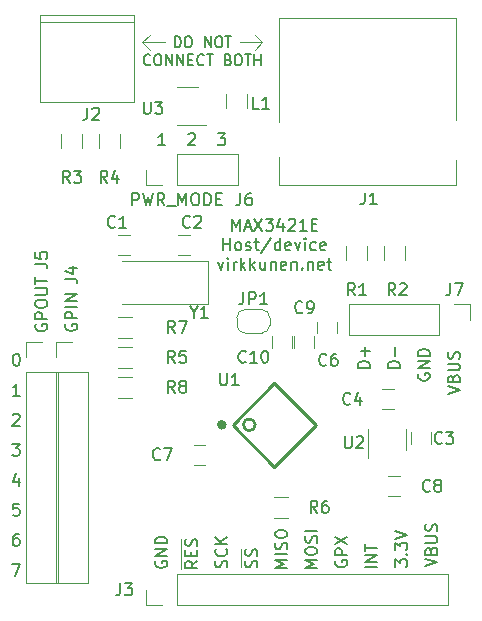
<source format=gto>
G04 #@! TF.GenerationSoftware,KiCad,Pcbnew,5.1.5*
G04 #@! TF.CreationDate,2020-02-24T18:37:19+03:00*
G04 #@! TF.ProjectId,max3421eboard,6d617833-3432-4316-9562-6f6172642e6b,rev?*
G04 #@! TF.SameCoordinates,PXf42400PY2bde780*
G04 #@! TF.FileFunction,Legend,Top*
G04 #@! TF.FilePolarity,Positive*
%FSLAX46Y46*%
G04 Gerber Fmt 4.6, Leading zero omitted, Abs format (unit mm)*
G04 Created by KiCad (PCBNEW 5.1.5) date 2020-02-24 18:37:19*
%MOMM*%
%LPD*%
G04 APERTURE LIST*
%ADD10C,0.150000*%
%ADD11C,0.400000*%
%ADD12C,0.120000*%
%ADD13C,0.254000*%
G04 APERTURE END LIST*
D10*
X19244761Y-17207380D02*
X19244761Y-16207380D01*
X19578095Y-16921666D01*
X19911428Y-16207380D01*
X19911428Y-17207380D01*
X20340000Y-16921666D02*
X20816190Y-16921666D01*
X20244761Y-17207380D02*
X20578095Y-16207380D01*
X20911428Y-17207380D01*
X21149523Y-16207380D02*
X21816190Y-17207380D01*
X21816190Y-16207380D02*
X21149523Y-17207380D01*
X22101904Y-16207380D02*
X22720952Y-16207380D01*
X22387619Y-16588333D01*
X22530476Y-16588333D01*
X22625714Y-16635952D01*
X22673333Y-16683571D01*
X22720952Y-16778809D01*
X22720952Y-17016904D01*
X22673333Y-17112142D01*
X22625714Y-17159761D01*
X22530476Y-17207380D01*
X22244761Y-17207380D01*
X22149523Y-17159761D01*
X22101904Y-17112142D01*
X23578095Y-16540714D02*
X23578095Y-17207380D01*
X23340000Y-16159761D02*
X23101904Y-16874047D01*
X23720952Y-16874047D01*
X24054285Y-16302619D02*
X24101904Y-16255000D01*
X24197142Y-16207380D01*
X24435238Y-16207380D01*
X24530476Y-16255000D01*
X24578095Y-16302619D01*
X24625714Y-16397857D01*
X24625714Y-16493095D01*
X24578095Y-16635952D01*
X24006666Y-17207380D01*
X24625714Y-17207380D01*
X25578095Y-17207380D02*
X25006666Y-17207380D01*
X25292380Y-17207380D02*
X25292380Y-16207380D01*
X25197142Y-16350238D01*
X25101904Y-16445476D01*
X25006666Y-16493095D01*
X26006666Y-16683571D02*
X26340000Y-16683571D01*
X26482857Y-17207380D02*
X26006666Y-17207380D01*
X26006666Y-16207380D01*
X26482857Y-16207380D01*
X18530476Y-18857380D02*
X18530476Y-17857380D01*
X18530476Y-18333571D02*
X19101904Y-18333571D01*
X19101904Y-18857380D02*
X19101904Y-17857380D01*
X19720952Y-18857380D02*
X19625714Y-18809761D01*
X19578095Y-18762142D01*
X19530476Y-18666904D01*
X19530476Y-18381190D01*
X19578095Y-18285952D01*
X19625714Y-18238333D01*
X19720952Y-18190714D01*
X19863809Y-18190714D01*
X19959047Y-18238333D01*
X20006666Y-18285952D01*
X20054285Y-18381190D01*
X20054285Y-18666904D01*
X20006666Y-18762142D01*
X19959047Y-18809761D01*
X19863809Y-18857380D01*
X19720952Y-18857380D01*
X20435238Y-18809761D02*
X20530476Y-18857380D01*
X20720952Y-18857380D01*
X20816190Y-18809761D01*
X20863809Y-18714523D01*
X20863809Y-18666904D01*
X20816190Y-18571666D01*
X20720952Y-18524047D01*
X20578095Y-18524047D01*
X20482857Y-18476428D01*
X20435238Y-18381190D01*
X20435238Y-18333571D01*
X20482857Y-18238333D01*
X20578095Y-18190714D01*
X20720952Y-18190714D01*
X20816190Y-18238333D01*
X21149523Y-18190714D02*
X21530476Y-18190714D01*
X21292380Y-17857380D02*
X21292380Y-18714523D01*
X21340000Y-18809761D01*
X21435238Y-18857380D01*
X21530476Y-18857380D01*
X22578095Y-17809761D02*
X21720952Y-19095476D01*
X23340000Y-18857380D02*
X23340000Y-17857380D01*
X23340000Y-18809761D02*
X23244761Y-18857380D01*
X23054285Y-18857380D01*
X22959047Y-18809761D01*
X22911428Y-18762142D01*
X22863809Y-18666904D01*
X22863809Y-18381190D01*
X22911428Y-18285952D01*
X22959047Y-18238333D01*
X23054285Y-18190714D01*
X23244761Y-18190714D01*
X23340000Y-18238333D01*
X24197142Y-18809761D02*
X24101904Y-18857380D01*
X23911428Y-18857380D01*
X23816190Y-18809761D01*
X23768571Y-18714523D01*
X23768571Y-18333571D01*
X23816190Y-18238333D01*
X23911428Y-18190714D01*
X24101904Y-18190714D01*
X24197142Y-18238333D01*
X24244761Y-18333571D01*
X24244761Y-18428809D01*
X23768571Y-18524047D01*
X24578095Y-18190714D02*
X24816190Y-18857380D01*
X25054285Y-18190714D01*
X25435238Y-18857380D02*
X25435238Y-18190714D01*
X25435238Y-17857380D02*
X25387619Y-17905000D01*
X25435238Y-17952619D01*
X25482857Y-17905000D01*
X25435238Y-17857380D01*
X25435238Y-17952619D01*
X26340000Y-18809761D02*
X26244761Y-18857380D01*
X26054285Y-18857380D01*
X25959047Y-18809761D01*
X25911428Y-18762142D01*
X25863809Y-18666904D01*
X25863809Y-18381190D01*
X25911428Y-18285952D01*
X25959047Y-18238333D01*
X26054285Y-18190714D01*
X26244761Y-18190714D01*
X26340000Y-18238333D01*
X27149523Y-18809761D02*
X27054285Y-18857380D01*
X26863809Y-18857380D01*
X26768571Y-18809761D01*
X26720952Y-18714523D01*
X26720952Y-18333571D01*
X26768571Y-18238333D01*
X26863809Y-18190714D01*
X27054285Y-18190714D01*
X27149523Y-18238333D01*
X27197142Y-18333571D01*
X27197142Y-18428809D01*
X26720952Y-18524047D01*
X18054285Y-19840714D02*
X18292380Y-20507380D01*
X18530476Y-19840714D01*
X18911428Y-20507380D02*
X18911428Y-19840714D01*
X18911428Y-19507380D02*
X18863809Y-19555000D01*
X18911428Y-19602619D01*
X18959047Y-19555000D01*
X18911428Y-19507380D01*
X18911428Y-19602619D01*
X19387619Y-20507380D02*
X19387619Y-19840714D01*
X19387619Y-20031190D02*
X19435238Y-19935952D01*
X19482857Y-19888333D01*
X19578095Y-19840714D01*
X19673333Y-19840714D01*
X20006666Y-20507380D02*
X20006666Y-19507380D01*
X20101904Y-20126428D02*
X20387619Y-20507380D01*
X20387619Y-19840714D02*
X20006666Y-20221666D01*
X20816190Y-20507380D02*
X20816190Y-19507380D01*
X20911428Y-20126428D02*
X21197142Y-20507380D01*
X21197142Y-19840714D02*
X20816190Y-20221666D01*
X22054285Y-19840714D02*
X22054285Y-20507380D01*
X21625714Y-19840714D02*
X21625714Y-20364523D01*
X21673333Y-20459761D01*
X21768571Y-20507380D01*
X21911428Y-20507380D01*
X22006666Y-20459761D01*
X22054285Y-20412142D01*
X22530476Y-19840714D02*
X22530476Y-20507380D01*
X22530476Y-19935952D02*
X22578095Y-19888333D01*
X22673333Y-19840714D01*
X22816190Y-19840714D01*
X22911428Y-19888333D01*
X22959047Y-19983571D01*
X22959047Y-20507380D01*
X23816190Y-20459761D02*
X23720952Y-20507380D01*
X23530476Y-20507380D01*
X23435238Y-20459761D01*
X23387619Y-20364523D01*
X23387619Y-19983571D01*
X23435238Y-19888333D01*
X23530476Y-19840714D01*
X23720952Y-19840714D01*
X23816190Y-19888333D01*
X23863809Y-19983571D01*
X23863809Y-20078809D01*
X23387619Y-20174047D01*
X24292380Y-19840714D02*
X24292380Y-20507380D01*
X24292380Y-19935952D02*
X24340000Y-19888333D01*
X24435238Y-19840714D01*
X24578095Y-19840714D01*
X24673333Y-19888333D01*
X24720952Y-19983571D01*
X24720952Y-20507380D01*
X25197142Y-20412142D02*
X25244761Y-20459761D01*
X25197142Y-20507380D01*
X25149523Y-20459761D01*
X25197142Y-20412142D01*
X25197142Y-20507380D01*
X25673333Y-19840714D02*
X25673333Y-20507380D01*
X25673333Y-19935952D02*
X25720952Y-19888333D01*
X25816190Y-19840714D01*
X25959047Y-19840714D01*
X26054285Y-19888333D01*
X26101904Y-19983571D01*
X26101904Y-20507380D01*
X26959047Y-20459761D02*
X26863809Y-20507380D01*
X26673333Y-20507380D01*
X26578095Y-20459761D01*
X26530476Y-20364523D01*
X26530476Y-19983571D01*
X26578095Y-19888333D01*
X26673333Y-19840714D01*
X26863809Y-19840714D01*
X26959047Y-19888333D01*
X27006666Y-19983571D01*
X27006666Y-20078809D01*
X26530476Y-20174047D01*
X27292380Y-19840714D02*
X27673333Y-19840714D01*
X27435238Y-19507380D02*
X27435238Y-20364523D01*
X27482857Y-20459761D01*
X27578095Y-20507380D01*
X27673333Y-20507380D01*
X10823095Y-15047380D02*
X10823095Y-14047380D01*
X11204047Y-14047380D01*
X11299285Y-14095000D01*
X11346904Y-14142619D01*
X11394523Y-14237857D01*
X11394523Y-14380714D01*
X11346904Y-14475952D01*
X11299285Y-14523571D01*
X11204047Y-14571190D01*
X10823095Y-14571190D01*
X11727857Y-14047380D02*
X11965952Y-15047380D01*
X12156428Y-14333095D01*
X12346904Y-15047380D01*
X12585000Y-14047380D01*
X13537380Y-15047380D02*
X13204047Y-14571190D01*
X12965952Y-15047380D02*
X12965952Y-14047380D01*
X13346904Y-14047380D01*
X13442142Y-14095000D01*
X13489761Y-14142619D01*
X13537380Y-14237857D01*
X13537380Y-14380714D01*
X13489761Y-14475952D01*
X13442142Y-14523571D01*
X13346904Y-14571190D01*
X12965952Y-14571190D01*
X13727857Y-15142619D02*
X14489761Y-15142619D01*
X14727857Y-15047380D02*
X14727857Y-14047380D01*
X15061190Y-14761666D01*
X15394523Y-14047380D01*
X15394523Y-15047380D01*
X16061190Y-14047380D02*
X16251666Y-14047380D01*
X16346904Y-14095000D01*
X16442142Y-14190238D01*
X16489761Y-14380714D01*
X16489761Y-14714047D01*
X16442142Y-14904523D01*
X16346904Y-14999761D01*
X16251666Y-15047380D01*
X16061190Y-15047380D01*
X15965952Y-14999761D01*
X15870714Y-14904523D01*
X15823095Y-14714047D01*
X15823095Y-14380714D01*
X15870714Y-14190238D01*
X15965952Y-14095000D01*
X16061190Y-14047380D01*
X16918333Y-15047380D02*
X16918333Y-14047380D01*
X17156428Y-14047380D01*
X17299285Y-14095000D01*
X17394523Y-14190238D01*
X17442142Y-14285476D01*
X17489761Y-14475952D01*
X17489761Y-14618809D01*
X17442142Y-14809285D01*
X17394523Y-14904523D01*
X17299285Y-14999761D01*
X17156428Y-15047380D01*
X16918333Y-15047380D01*
X17918333Y-14523571D02*
X18251666Y-14523571D01*
X18394523Y-15047380D02*
X17918333Y-15047380D01*
X17918333Y-14047380D01*
X18394523Y-14047380D01*
X18799761Y-45725714D02*
X18847380Y-45582857D01*
X18847380Y-45344761D01*
X18799761Y-45249523D01*
X18752142Y-45201904D01*
X18656904Y-45154285D01*
X18561666Y-45154285D01*
X18466428Y-45201904D01*
X18418809Y-45249523D01*
X18371190Y-45344761D01*
X18323571Y-45535238D01*
X18275952Y-45630476D01*
X18228333Y-45678095D01*
X18133095Y-45725714D01*
X18037857Y-45725714D01*
X17942619Y-45678095D01*
X17895000Y-45630476D01*
X17847380Y-45535238D01*
X17847380Y-45297142D01*
X17895000Y-45154285D01*
X18752142Y-44154285D02*
X18799761Y-44201904D01*
X18847380Y-44344761D01*
X18847380Y-44440000D01*
X18799761Y-44582857D01*
X18704523Y-44678095D01*
X18609285Y-44725714D01*
X18418809Y-44773333D01*
X18275952Y-44773333D01*
X18085476Y-44725714D01*
X17990238Y-44678095D01*
X17895000Y-44582857D01*
X17847380Y-44440000D01*
X17847380Y-44344761D01*
X17895000Y-44201904D01*
X17942619Y-44154285D01*
X18847380Y-43725714D02*
X17847380Y-43725714D01*
X18847380Y-43154285D02*
X18275952Y-43582857D01*
X17847380Y-43154285D02*
X18418809Y-43725714D01*
D11*
X18595000Y-33645000D02*
G75*
G03X18595000Y-33645000I-200000J0D01*
G01*
D10*
X18268095Y-29287380D02*
X18268095Y-30096904D01*
X18315714Y-30192142D01*
X18363333Y-30239761D01*
X18458571Y-30287380D01*
X18649047Y-30287380D01*
X18744285Y-30239761D01*
X18791904Y-30192142D01*
X18839523Y-30096904D01*
X18839523Y-29287380D01*
X19839523Y-30287380D02*
X19268095Y-30287380D01*
X19553809Y-30287380D02*
X19553809Y-29287380D01*
X19458571Y-29430238D01*
X19363333Y-29525476D01*
X19268095Y-29573095D01*
D12*
X20046000Y-45710000D02*
X20046000Y-44186000D01*
X14966000Y-43297000D02*
X14966000Y-45837000D01*
D10*
X5195000Y-25120000D02*
X5147380Y-25215238D01*
X5147380Y-25358095D01*
X5195000Y-25500952D01*
X5290238Y-25596190D01*
X5385476Y-25643809D01*
X5575952Y-25691428D01*
X5718809Y-25691428D01*
X5909285Y-25643809D01*
X6004523Y-25596190D01*
X6099761Y-25500952D01*
X6147380Y-25358095D01*
X6147380Y-25262857D01*
X6099761Y-25120000D01*
X6052142Y-25072380D01*
X5718809Y-25072380D01*
X5718809Y-25262857D01*
X6147380Y-24643809D02*
X5147380Y-24643809D01*
X5147380Y-24262857D01*
X5195000Y-24167619D01*
X5242619Y-24120000D01*
X5337857Y-24072380D01*
X5480714Y-24072380D01*
X5575952Y-24120000D01*
X5623571Y-24167619D01*
X5671190Y-24262857D01*
X5671190Y-24643809D01*
X6147380Y-23643809D02*
X5147380Y-23643809D01*
X6147380Y-23167619D02*
X5147380Y-23167619D01*
X6147380Y-22596190D01*
X5147380Y-22596190D01*
X2655000Y-25151666D02*
X2607380Y-25246904D01*
X2607380Y-25389761D01*
X2655000Y-25532619D01*
X2750238Y-25627857D01*
X2845476Y-25675476D01*
X3035952Y-25723095D01*
X3178809Y-25723095D01*
X3369285Y-25675476D01*
X3464523Y-25627857D01*
X3559761Y-25532619D01*
X3607380Y-25389761D01*
X3607380Y-25294523D01*
X3559761Y-25151666D01*
X3512142Y-25104047D01*
X3178809Y-25104047D01*
X3178809Y-25294523D01*
X3607380Y-24675476D02*
X2607380Y-24675476D01*
X2607380Y-24294523D01*
X2655000Y-24199285D01*
X2702619Y-24151666D01*
X2797857Y-24104047D01*
X2940714Y-24104047D01*
X3035952Y-24151666D01*
X3083571Y-24199285D01*
X3131190Y-24294523D01*
X3131190Y-24675476D01*
X2607380Y-23485000D02*
X2607380Y-23294523D01*
X2655000Y-23199285D01*
X2750238Y-23104047D01*
X2940714Y-23056428D01*
X3274047Y-23056428D01*
X3464523Y-23104047D01*
X3559761Y-23199285D01*
X3607380Y-23294523D01*
X3607380Y-23485000D01*
X3559761Y-23580238D01*
X3464523Y-23675476D01*
X3274047Y-23723095D01*
X2940714Y-23723095D01*
X2750238Y-23675476D01*
X2655000Y-23580238D01*
X2607380Y-23485000D01*
X2607380Y-22627857D02*
X3416904Y-22627857D01*
X3512142Y-22580238D01*
X3559761Y-22532619D01*
X3607380Y-22437380D01*
X3607380Y-22246904D01*
X3559761Y-22151666D01*
X3512142Y-22104047D01*
X3416904Y-22056428D01*
X2607380Y-22056428D01*
X2607380Y-21723095D02*
X2607380Y-21151666D01*
X3607380Y-21437380D02*
X2607380Y-21437380D01*
X948380Y-27636380D02*
X1043619Y-27636380D01*
X1138857Y-27684000D01*
X1186476Y-27731619D01*
X1234095Y-27826857D01*
X1281714Y-28017333D01*
X1281714Y-28255428D01*
X1234095Y-28445904D01*
X1186476Y-28541142D01*
X1138857Y-28588761D01*
X1043619Y-28636380D01*
X948380Y-28636380D01*
X853142Y-28588761D01*
X805523Y-28541142D01*
X757904Y-28445904D01*
X710285Y-28255428D01*
X710285Y-28017333D01*
X757904Y-27826857D01*
X805523Y-27731619D01*
X853142Y-27684000D01*
X948380Y-27636380D01*
X1281714Y-31176380D02*
X710285Y-31176380D01*
X996000Y-31176380D02*
X996000Y-30176380D01*
X900761Y-30319238D01*
X805523Y-30414476D01*
X710285Y-30462095D01*
X710285Y-32811619D02*
X757904Y-32764000D01*
X853142Y-32716380D01*
X1091238Y-32716380D01*
X1186476Y-32764000D01*
X1234095Y-32811619D01*
X1281714Y-32906857D01*
X1281714Y-33002095D01*
X1234095Y-33144952D01*
X662666Y-33716380D01*
X1281714Y-33716380D01*
X662666Y-35256380D02*
X1281714Y-35256380D01*
X948380Y-35637333D01*
X1091238Y-35637333D01*
X1186476Y-35684952D01*
X1234095Y-35732571D01*
X1281714Y-35827809D01*
X1281714Y-36065904D01*
X1234095Y-36161142D01*
X1186476Y-36208761D01*
X1091238Y-36256380D01*
X805523Y-36256380D01*
X710285Y-36208761D01*
X662666Y-36161142D01*
X1186476Y-38129714D02*
X1186476Y-38796380D01*
X948380Y-37748761D02*
X710285Y-38463047D01*
X1329333Y-38463047D01*
X1234095Y-40336380D02*
X757904Y-40336380D01*
X710285Y-40812571D01*
X757904Y-40764952D01*
X853142Y-40717333D01*
X1091238Y-40717333D01*
X1186476Y-40764952D01*
X1234095Y-40812571D01*
X1281714Y-40907809D01*
X1281714Y-41145904D01*
X1234095Y-41241142D01*
X1186476Y-41288761D01*
X1091238Y-41336380D01*
X853142Y-41336380D01*
X757904Y-41288761D01*
X710285Y-41241142D01*
X1186476Y-42876380D02*
X996000Y-42876380D01*
X900761Y-42924000D01*
X853142Y-42971619D01*
X757904Y-43114476D01*
X710285Y-43304952D01*
X710285Y-43685904D01*
X757904Y-43781142D01*
X805523Y-43828761D01*
X900761Y-43876380D01*
X1091238Y-43876380D01*
X1186476Y-43828761D01*
X1234095Y-43781142D01*
X1281714Y-43685904D01*
X1281714Y-43447809D01*
X1234095Y-43352571D01*
X1186476Y-43304952D01*
X1091238Y-43257333D01*
X900761Y-43257333D01*
X805523Y-43304952D01*
X757904Y-43352571D01*
X710285Y-43447809D01*
X662666Y-45416380D02*
X1329333Y-45416380D01*
X900761Y-46416380D01*
X31547380Y-45725761D02*
X30547380Y-45725761D01*
X31547380Y-45249571D02*
X30547380Y-45249571D01*
X31547380Y-44678142D01*
X30547380Y-44678142D01*
X30547380Y-44344809D02*
X30547380Y-43773380D01*
X31547380Y-44059095D02*
X30547380Y-44059095D01*
X21339761Y-45709904D02*
X21387380Y-45567047D01*
X21387380Y-45328952D01*
X21339761Y-45233714D01*
X21292142Y-45186095D01*
X21196904Y-45138476D01*
X21101666Y-45138476D01*
X21006428Y-45186095D01*
X20958809Y-45233714D01*
X20911190Y-45328952D01*
X20863571Y-45519428D01*
X20815952Y-45614666D01*
X20768333Y-45662285D01*
X20673095Y-45709904D01*
X20577857Y-45709904D01*
X20482619Y-45662285D01*
X20435000Y-45614666D01*
X20387380Y-45519428D01*
X20387380Y-45281333D01*
X20435000Y-45138476D01*
X21339761Y-44757523D02*
X21387380Y-44614666D01*
X21387380Y-44376571D01*
X21339761Y-44281333D01*
X21292142Y-44233714D01*
X21196904Y-44186095D01*
X21101666Y-44186095D01*
X21006428Y-44233714D01*
X20958809Y-44281333D01*
X20911190Y-44376571D01*
X20863571Y-44567047D01*
X20815952Y-44662285D01*
X20768333Y-44709904D01*
X20673095Y-44757523D01*
X20577857Y-44757523D01*
X20482619Y-44709904D01*
X20435000Y-44662285D01*
X20387380Y-44567047D01*
X20387380Y-44328952D01*
X20435000Y-44186095D01*
X23927380Y-45757428D02*
X22927380Y-45757428D01*
X23641666Y-45424095D01*
X22927380Y-45090761D01*
X23927380Y-45090761D01*
X23927380Y-44614571D02*
X22927380Y-44614571D01*
X23879761Y-44186000D02*
X23927380Y-44043142D01*
X23927380Y-43805047D01*
X23879761Y-43709809D01*
X23832142Y-43662190D01*
X23736904Y-43614571D01*
X23641666Y-43614571D01*
X23546428Y-43662190D01*
X23498809Y-43709809D01*
X23451190Y-43805047D01*
X23403571Y-43995523D01*
X23355952Y-44090761D01*
X23308333Y-44138380D01*
X23213095Y-44186000D01*
X23117857Y-44186000D01*
X23022619Y-44138380D01*
X22975000Y-44090761D01*
X22927380Y-43995523D01*
X22927380Y-43757428D01*
X22975000Y-43614571D01*
X22927380Y-42995523D02*
X22927380Y-42805047D01*
X22975000Y-42709809D01*
X23070238Y-42614571D01*
X23260714Y-42566952D01*
X23594047Y-42566952D01*
X23784523Y-42614571D01*
X23879761Y-42709809D01*
X23927380Y-42805047D01*
X23927380Y-42995523D01*
X23879761Y-43090761D01*
X23784523Y-43186000D01*
X23594047Y-43233619D01*
X23260714Y-43233619D01*
X23070238Y-43186000D01*
X22975000Y-43090761D01*
X22927380Y-42995523D01*
X26467380Y-45757428D02*
X25467380Y-45757428D01*
X26181666Y-45424095D01*
X25467380Y-45090761D01*
X26467380Y-45090761D01*
X25467380Y-44424095D02*
X25467380Y-44233619D01*
X25515000Y-44138380D01*
X25610238Y-44043142D01*
X25800714Y-43995523D01*
X26134047Y-43995523D01*
X26324523Y-44043142D01*
X26419761Y-44138380D01*
X26467380Y-44233619D01*
X26467380Y-44424095D01*
X26419761Y-44519333D01*
X26324523Y-44614571D01*
X26134047Y-44662190D01*
X25800714Y-44662190D01*
X25610238Y-44614571D01*
X25515000Y-44519333D01*
X25467380Y-44424095D01*
X26419761Y-43614571D02*
X26467380Y-43471714D01*
X26467380Y-43233619D01*
X26419761Y-43138380D01*
X26372142Y-43090761D01*
X26276904Y-43043142D01*
X26181666Y-43043142D01*
X26086428Y-43090761D01*
X26038809Y-43138380D01*
X25991190Y-43233619D01*
X25943571Y-43424095D01*
X25895952Y-43519333D01*
X25848333Y-43566952D01*
X25753095Y-43614571D01*
X25657857Y-43614571D01*
X25562619Y-43566952D01*
X25515000Y-43519333D01*
X25467380Y-43424095D01*
X25467380Y-43186000D01*
X25515000Y-43043142D01*
X26467380Y-42614571D02*
X25467380Y-42614571D01*
X28055000Y-45154285D02*
X28007380Y-45249523D01*
X28007380Y-45392380D01*
X28055000Y-45535238D01*
X28150238Y-45630476D01*
X28245476Y-45678095D01*
X28435952Y-45725714D01*
X28578809Y-45725714D01*
X28769285Y-45678095D01*
X28864523Y-45630476D01*
X28959761Y-45535238D01*
X29007380Y-45392380D01*
X29007380Y-45297142D01*
X28959761Y-45154285D01*
X28912142Y-45106666D01*
X28578809Y-45106666D01*
X28578809Y-45297142D01*
X29007380Y-44678095D02*
X28007380Y-44678095D01*
X28007380Y-44297142D01*
X28055000Y-44201904D01*
X28102619Y-44154285D01*
X28197857Y-44106666D01*
X28340714Y-44106666D01*
X28435952Y-44154285D01*
X28483571Y-44201904D01*
X28531190Y-44297142D01*
X28531190Y-44678095D01*
X28007380Y-43773333D02*
X29007380Y-43106666D01*
X28007380Y-43106666D02*
X29007380Y-43773333D01*
X16307380Y-45186047D02*
X15831190Y-45519380D01*
X16307380Y-45757476D02*
X15307380Y-45757476D01*
X15307380Y-45376523D01*
X15355000Y-45281285D01*
X15402619Y-45233666D01*
X15497857Y-45186047D01*
X15640714Y-45186047D01*
X15735952Y-45233666D01*
X15783571Y-45281285D01*
X15831190Y-45376523D01*
X15831190Y-45757476D01*
X15783571Y-44757476D02*
X15783571Y-44424142D01*
X16307380Y-44281285D02*
X16307380Y-44757476D01*
X15307380Y-44757476D01*
X15307380Y-44281285D01*
X16259761Y-43900333D02*
X16307380Y-43757476D01*
X16307380Y-43519380D01*
X16259761Y-43424142D01*
X16212142Y-43376523D01*
X16116904Y-43328904D01*
X16021666Y-43328904D01*
X15926428Y-43376523D01*
X15878809Y-43424142D01*
X15831190Y-43519380D01*
X15783571Y-43709857D01*
X15735952Y-43805095D01*
X15688333Y-43852714D01*
X15593095Y-43900333D01*
X15497857Y-43900333D01*
X15402619Y-43852714D01*
X15355000Y-43805095D01*
X15307380Y-43709857D01*
X15307380Y-43471761D01*
X15355000Y-43328904D01*
X35627380Y-45638333D02*
X36627380Y-45305000D01*
X35627380Y-44971666D01*
X36103571Y-44305000D02*
X36151190Y-44162142D01*
X36198809Y-44114523D01*
X36294047Y-44066904D01*
X36436904Y-44066904D01*
X36532142Y-44114523D01*
X36579761Y-44162142D01*
X36627380Y-44257380D01*
X36627380Y-44638333D01*
X35627380Y-44638333D01*
X35627380Y-44305000D01*
X35675000Y-44209761D01*
X35722619Y-44162142D01*
X35817857Y-44114523D01*
X35913095Y-44114523D01*
X36008333Y-44162142D01*
X36055952Y-44209761D01*
X36103571Y-44305000D01*
X36103571Y-44638333D01*
X35627380Y-43638333D02*
X36436904Y-43638333D01*
X36532142Y-43590714D01*
X36579761Y-43543095D01*
X36627380Y-43447857D01*
X36627380Y-43257380D01*
X36579761Y-43162142D01*
X36532142Y-43114523D01*
X36436904Y-43066904D01*
X35627380Y-43066904D01*
X36579761Y-42638333D02*
X36627380Y-42495476D01*
X36627380Y-42257380D01*
X36579761Y-42162142D01*
X36532142Y-42114523D01*
X36436904Y-42066904D01*
X36341666Y-42066904D01*
X36246428Y-42114523D01*
X36198809Y-42162142D01*
X36151190Y-42257380D01*
X36103571Y-42447857D01*
X36055952Y-42543095D01*
X36008333Y-42590714D01*
X35913095Y-42638333D01*
X35817857Y-42638333D01*
X35722619Y-42590714D01*
X35675000Y-42543095D01*
X35627380Y-42447857D01*
X35627380Y-42209761D01*
X35675000Y-42066904D01*
X33087380Y-45662190D02*
X33087380Y-45043142D01*
X33468333Y-45376476D01*
X33468333Y-45233619D01*
X33515952Y-45138380D01*
X33563571Y-45090761D01*
X33658809Y-45043142D01*
X33896904Y-45043142D01*
X33992142Y-45090761D01*
X34039761Y-45138380D01*
X34087380Y-45233619D01*
X34087380Y-45519333D01*
X34039761Y-45614571D01*
X33992142Y-45662190D01*
X33992142Y-44614571D02*
X34039761Y-44566952D01*
X34087380Y-44614571D01*
X34039761Y-44662190D01*
X33992142Y-44614571D01*
X34087380Y-44614571D01*
X33087380Y-44233619D02*
X33087380Y-43614571D01*
X33468333Y-43947904D01*
X33468333Y-43805047D01*
X33515952Y-43709809D01*
X33563571Y-43662190D01*
X33658809Y-43614571D01*
X33896904Y-43614571D01*
X33992142Y-43662190D01*
X34039761Y-43709809D01*
X34087380Y-43805047D01*
X34087380Y-44090761D01*
X34039761Y-44186000D01*
X33992142Y-44233619D01*
X33087380Y-43328857D02*
X34087380Y-42995523D01*
X33087380Y-42662190D01*
X12815000Y-45201904D02*
X12767380Y-45297142D01*
X12767380Y-45440000D01*
X12815000Y-45582857D01*
X12910238Y-45678095D01*
X13005476Y-45725714D01*
X13195952Y-45773333D01*
X13338809Y-45773333D01*
X13529285Y-45725714D01*
X13624523Y-45678095D01*
X13719761Y-45582857D01*
X13767380Y-45440000D01*
X13767380Y-45344761D01*
X13719761Y-45201904D01*
X13672142Y-45154285D01*
X13338809Y-45154285D01*
X13338809Y-45344761D01*
X13767380Y-44725714D02*
X12767380Y-44725714D01*
X13767380Y-44154285D01*
X12767380Y-44154285D01*
X13767380Y-43678095D02*
X12767380Y-43678095D01*
X12767380Y-43440000D01*
X12815000Y-43297142D01*
X12910238Y-43201904D01*
X13005476Y-43154285D01*
X13195952Y-43106666D01*
X13338809Y-43106666D01*
X13529285Y-43154285D01*
X13624523Y-43201904D01*
X13719761Y-43297142D01*
X13767380Y-43440000D01*
X13767380Y-43678095D01*
X18061666Y-8967380D02*
X18680714Y-8967380D01*
X18347380Y-9348333D01*
X18490238Y-9348333D01*
X18585476Y-9395952D01*
X18633095Y-9443571D01*
X18680714Y-9538809D01*
X18680714Y-9776904D01*
X18633095Y-9872142D01*
X18585476Y-9919761D01*
X18490238Y-9967380D01*
X18204523Y-9967380D01*
X18109285Y-9919761D01*
X18061666Y-9872142D01*
X15569285Y-9062619D02*
X15616904Y-9015000D01*
X15712142Y-8967380D01*
X15950238Y-8967380D01*
X16045476Y-9015000D01*
X16093095Y-9062619D01*
X16140714Y-9157857D01*
X16140714Y-9253095D01*
X16093095Y-9395952D01*
X15521666Y-9967380D01*
X16140714Y-9967380D01*
X13600714Y-9967380D02*
X13029285Y-9967380D01*
X13315000Y-9967380D02*
X13315000Y-8967380D01*
X13219761Y-9110238D01*
X13124523Y-9205476D01*
X13029285Y-9253095D01*
D12*
X12299000Y-1895000D02*
X11664000Y-1260000D01*
X12299000Y-625000D02*
X11664000Y-1260000D01*
X11664000Y-1260000D02*
X12299000Y-625000D01*
X13569000Y-1260000D02*
X11664000Y-1260000D01*
X21189000Y-1895000D02*
X21824000Y-1260000D01*
X21189000Y-625000D02*
X21824000Y-1260000D01*
X19919000Y-1260000D02*
X21824000Y-1260000D01*
D10*
X37532380Y-31033333D02*
X38532380Y-30700000D01*
X37532380Y-30366666D01*
X38008571Y-29700000D02*
X38056190Y-29557142D01*
X38103809Y-29509523D01*
X38199047Y-29461904D01*
X38341904Y-29461904D01*
X38437142Y-29509523D01*
X38484761Y-29557142D01*
X38532380Y-29652380D01*
X38532380Y-30033333D01*
X37532380Y-30033333D01*
X37532380Y-29700000D01*
X37580000Y-29604761D01*
X37627619Y-29557142D01*
X37722857Y-29509523D01*
X37818095Y-29509523D01*
X37913333Y-29557142D01*
X37960952Y-29604761D01*
X38008571Y-29700000D01*
X38008571Y-30033333D01*
X37532380Y-29033333D02*
X38341904Y-29033333D01*
X38437142Y-28985714D01*
X38484761Y-28938095D01*
X38532380Y-28842857D01*
X38532380Y-28652380D01*
X38484761Y-28557142D01*
X38437142Y-28509523D01*
X38341904Y-28461904D01*
X37532380Y-28461904D01*
X38484761Y-28033333D02*
X38532380Y-27890476D01*
X38532380Y-27652380D01*
X38484761Y-27557142D01*
X38437142Y-27509523D01*
X38341904Y-27461904D01*
X38246666Y-27461904D01*
X38151428Y-27509523D01*
X38103809Y-27557142D01*
X38056190Y-27652380D01*
X38008571Y-27842857D01*
X37960952Y-27938095D01*
X37913333Y-27985714D01*
X37818095Y-28033333D01*
X37722857Y-28033333D01*
X37627619Y-27985714D01*
X37580000Y-27938095D01*
X37532380Y-27842857D01*
X37532380Y-27604761D01*
X37580000Y-27461904D01*
X35040000Y-29326904D02*
X34992380Y-29422142D01*
X34992380Y-29565000D01*
X35040000Y-29707857D01*
X35135238Y-29803095D01*
X35230476Y-29850714D01*
X35420952Y-29898333D01*
X35563809Y-29898333D01*
X35754285Y-29850714D01*
X35849523Y-29803095D01*
X35944761Y-29707857D01*
X35992380Y-29565000D01*
X35992380Y-29469761D01*
X35944761Y-29326904D01*
X35897142Y-29279285D01*
X35563809Y-29279285D01*
X35563809Y-29469761D01*
X35992380Y-28850714D02*
X34992380Y-28850714D01*
X35992380Y-28279285D01*
X34992380Y-28279285D01*
X35992380Y-27803095D02*
X34992380Y-27803095D01*
X34992380Y-27565000D01*
X35040000Y-27422142D01*
X35135238Y-27326904D01*
X35230476Y-27279285D01*
X35420952Y-27231666D01*
X35563809Y-27231666D01*
X35754285Y-27279285D01*
X35849523Y-27326904D01*
X35944761Y-27422142D01*
X35992380Y-27565000D01*
X35992380Y-27803095D01*
X33452380Y-28810952D02*
X32452380Y-28810952D01*
X32452380Y-28572857D01*
X32500000Y-28430000D01*
X32595238Y-28334761D01*
X32690476Y-28287142D01*
X32880952Y-28239523D01*
X33023809Y-28239523D01*
X33214285Y-28287142D01*
X33309523Y-28334761D01*
X33404761Y-28430000D01*
X33452380Y-28572857D01*
X33452380Y-28810952D01*
X33071428Y-27810952D02*
X33071428Y-27049047D01*
X30912380Y-28810952D02*
X29912380Y-28810952D01*
X29912380Y-28572857D01*
X29960000Y-28430000D01*
X30055238Y-28334761D01*
X30150476Y-28287142D01*
X30340952Y-28239523D01*
X30483809Y-28239523D01*
X30674285Y-28287142D01*
X30769523Y-28334761D01*
X30864761Y-28430000D01*
X30912380Y-28572857D01*
X30912380Y-28810952D01*
X30531428Y-27810952D02*
X30531428Y-27049047D01*
X30912380Y-27430000D02*
X30150476Y-27430000D01*
X12329714Y-3105428D02*
X12286857Y-3148285D01*
X12158285Y-3191142D01*
X12072571Y-3191142D01*
X11944000Y-3148285D01*
X11858285Y-3062571D01*
X11815428Y-2976857D01*
X11772571Y-2805428D01*
X11772571Y-2676857D01*
X11815428Y-2505428D01*
X11858285Y-2419714D01*
X11944000Y-2334000D01*
X12072571Y-2291142D01*
X12158285Y-2291142D01*
X12286857Y-2334000D01*
X12329714Y-2376857D01*
X12886857Y-2291142D02*
X13058285Y-2291142D01*
X13144000Y-2334000D01*
X13229714Y-2419714D01*
X13272571Y-2591142D01*
X13272571Y-2891142D01*
X13229714Y-3062571D01*
X13144000Y-3148285D01*
X13058285Y-3191142D01*
X12886857Y-3191142D01*
X12801142Y-3148285D01*
X12715428Y-3062571D01*
X12672571Y-2891142D01*
X12672571Y-2591142D01*
X12715428Y-2419714D01*
X12801142Y-2334000D01*
X12886857Y-2291142D01*
X13658285Y-3191142D02*
X13658285Y-2291142D01*
X14172571Y-3191142D01*
X14172571Y-2291142D01*
X14601142Y-3191142D02*
X14601142Y-2291142D01*
X15115428Y-3191142D01*
X15115428Y-2291142D01*
X15544000Y-2719714D02*
X15844000Y-2719714D01*
X15972571Y-3191142D02*
X15544000Y-3191142D01*
X15544000Y-2291142D01*
X15972571Y-2291142D01*
X16872571Y-3105428D02*
X16829714Y-3148285D01*
X16701142Y-3191142D01*
X16615428Y-3191142D01*
X16486857Y-3148285D01*
X16401142Y-3062571D01*
X16358285Y-2976857D01*
X16315428Y-2805428D01*
X16315428Y-2676857D01*
X16358285Y-2505428D01*
X16401142Y-2419714D01*
X16486857Y-2334000D01*
X16615428Y-2291142D01*
X16701142Y-2291142D01*
X16829714Y-2334000D01*
X16872571Y-2376857D01*
X17129714Y-2291142D02*
X17644000Y-2291142D01*
X17386857Y-3191142D02*
X17386857Y-2291142D01*
X18929714Y-2719714D02*
X19058285Y-2762571D01*
X19101142Y-2805428D01*
X19144000Y-2891142D01*
X19144000Y-3019714D01*
X19101142Y-3105428D01*
X19058285Y-3148285D01*
X18972571Y-3191142D01*
X18629714Y-3191142D01*
X18629714Y-2291142D01*
X18929714Y-2291142D01*
X19015428Y-2334000D01*
X19058285Y-2376857D01*
X19101142Y-2462571D01*
X19101142Y-2548285D01*
X19058285Y-2634000D01*
X19015428Y-2676857D01*
X18929714Y-2719714D01*
X18629714Y-2719714D01*
X19701142Y-2291142D02*
X19872571Y-2291142D01*
X19958285Y-2334000D01*
X20044000Y-2419714D01*
X20086857Y-2591142D01*
X20086857Y-2891142D01*
X20044000Y-3062571D01*
X19958285Y-3148285D01*
X19872571Y-3191142D01*
X19701142Y-3191142D01*
X19615428Y-3148285D01*
X19529714Y-3062571D01*
X19486857Y-2891142D01*
X19486857Y-2591142D01*
X19529714Y-2419714D01*
X19615428Y-2334000D01*
X19701142Y-2291142D01*
X20344000Y-2291142D02*
X20858285Y-2291142D01*
X20601142Y-3191142D02*
X20601142Y-2291142D01*
X21158285Y-3191142D02*
X21158285Y-2291142D01*
X21158285Y-2719714D02*
X21672571Y-2719714D01*
X21672571Y-3191142D02*
X21672571Y-2291142D01*
X14408285Y-1667142D02*
X14408285Y-767142D01*
X14622571Y-767142D01*
X14751142Y-810000D01*
X14836857Y-895714D01*
X14879714Y-981428D01*
X14922571Y-1152857D01*
X14922571Y-1281428D01*
X14879714Y-1452857D01*
X14836857Y-1538571D01*
X14751142Y-1624285D01*
X14622571Y-1667142D01*
X14408285Y-1667142D01*
X15479714Y-767142D02*
X15651142Y-767142D01*
X15736857Y-810000D01*
X15822571Y-895714D01*
X15865428Y-1067142D01*
X15865428Y-1367142D01*
X15822571Y-1538571D01*
X15736857Y-1624285D01*
X15651142Y-1667142D01*
X15479714Y-1667142D01*
X15394000Y-1624285D01*
X15308285Y-1538571D01*
X15265428Y-1367142D01*
X15265428Y-1067142D01*
X15308285Y-895714D01*
X15394000Y-810000D01*
X15479714Y-767142D01*
X16936857Y-1667142D02*
X16936857Y-767142D01*
X17451142Y-1667142D01*
X17451142Y-767142D01*
X18051142Y-767142D02*
X18222571Y-767142D01*
X18308285Y-810000D01*
X18394000Y-895714D01*
X18436857Y-1067142D01*
X18436857Y-1367142D01*
X18394000Y-1538571D01*
X18308285Y-1624285D01*
X18222571Y-1667142D01*
X18051142Y-1667142D01*
X17965428Y-1624285D01*
X17879714Y-1538571D01*
X17836857Y-1367142D01*
X17836857Y-1067142D01*
X17879714Y-895714D01*
X17965428Y-810000D01*
X18051142Y-767142D01*
X18694000Y-767142D02*
X19208285Y-767142D01*
X18951142Y-1667142D02*
X18951142Y-767142D01*
D12*
X22625000Y-26160000D02*
X22625000Y-27160000D01*
X24325000Y-27160000D02*
X24325000Y-26160000D01*
D13*
X21218679Y-33645000D02*
G75*
G03X21218679Y-33645000I-499999J0D01*
G01*
X19304466Y-33645000D02*
X22840000Y-37180534D01*
X22840000Y-30109466D02*
X19304466Y-33645000D01*
X26375534Y-33645000D02*
X22840000Y-30109466D01*
X22840000Y-37180534D02*
X26375534Y-33645000D01*
D12*
X20545000Y-5660000D02*
X20545000Y-6860000D01*
X18785000Y-6860000D02*
X18785000Y-5660000D01*
X23220000Y-13325000D02*
X23220000Y-10995000D01*
X38210000Y-13325000D02*
X38210000Y-11205000D01*
X23220000Y-13325000D02*
X38210000Y-13325000D01*
X23220000Y765000D02*
X38210000Y765000D01*
X23220000Y-8035000D02*
X23220000Y765000D01*
X38210000Y-7835000D02*
X38210000Y765000D01*
X24530000Y-26160000D02*
X24530000Y-27160000D01*
X26230000Y-27160000D02*
X26230000Y-26160000D01*
X33500000Y-38002000D02*
X32500000Y-38002000D01*
X32500000Y-39702000D02*
X33500000Y-39702000D01*
X26435000Y-24910000D02*
X26435000Y-25910000D01*
X28135000Y-25910000D02*
X28135000Y-24910000D01*
X10965000Y1035000D02*
X2965000Y1035000D01*
X10965000Y-6285000D02*
X2965000Y-6285000D01*
X2965000Y-6285000D02*
X2965000Y1035000D01*
X2965000Y415000D02*
X10965000Y415000D01*
X10965000Y1035000D02*
X10965000Y-6285000D01*
X29130000Y-23425000D02*
X29130000Y-26085000D01*
X36810000Y-23425000D02*
X29130000Y-23425000D01*
X36810000Y-26085000D02*
X29130000Y-26085000D01*
X36810000Y-23425000D02*
X36810000Y-26085000D01*
X38080000Y-23425000D02*
X39410000Y-23425000D01*
X39410000Y-23425000D02*
X39410000Y-24755000D01*
X28945000Y-19720000D02*
X28945000Y-18520000D01*
X30705000Y-18520000D02*
X30705000Y-19720000D01*
X9980000Y-23380000D02*
X17230000Y-23380000D01*
X17230000Y-23380000D02*
X17230000Y-19780000D01*
X17230000Y-19780000D02*
X9980000Y-19780000D01*
X32120000Y-19720000D02*
X32120000Y-18520000D01*
X33880000Y-18520000D02*
X33880000Y-19720000D01*
X4365000Y-47040000D02*
X7025000Y-47040000D01*
X4365000Y-29200000D02*
X4365000Y-47040000D01*
X7025000Y-29200000D02*
X7025000Y-47040000D01*
X4365000Y-29200000D02*
X7025000Y-29200000D01*
X4365000Y-27930000D02*
X4365000Y-26600000D01*
X4365000Y-26600000D02*
X5695000Y-26600000D01*
X33975000Y-35815000D02*
X33975000Y-34015000D01*
X30755000Y-34015000D02*
X30755000Y-36465000D01*
X9620000Y-29590000D02*
X10820000Y-29590000D01*
X10820000Y-31350000D02*
X9620000Y-31350000D01*
X10820000Y-26270000D02*
X9620000Y-26270000D01*
X9620000Y-24510000D02*
X10820000Y-24510000D01*
X22795000Y-39750000D02*
X23995000Y-39750000D01*
X23995000Y-41510000D02*
X22795000Y-41510000D01*
X9620000Y-27050000D02*
X10820000Y-27050000D01*
X10820000Y-28810000D02*
X9620000Y-28810000D01*
X7990000Y-10195000D02*
X7990000Y-8995000D01*
X9750000Y-8995000D02*
X9750000Y-10195000D01*
X4815000Y-10195000D02*
X4815000Y-8995000D01*
X6575000Y-8995000D02*
X6575000Y-10195000D01*
X20362000Y-23882000D02*
X21762000Y-23882000D01*
X22462000Y-24582000D02*
X22462000Y-25182000D01*
X21762000Y-25882000D02*
X20362000Y-25882000D01*
X19662000Y-25182000D02*
X19662000Y-24582000D01*
X19662000Y-24582000D02*
G75*
G02X20362000Y-23882000I700000J0D01*
G01*
X20362000Y-25882000D02*
G75*
G02X19662000Y-25182000I0J700000D01*
G01*
X22462000Y-25182000D02*
G75*
G02X21762000Y-25882000I-700000J0D01*
G01*
X21762000Y-23882000D02*
G75*
G02X22462000Y-24582000I0J-700000D01*
G01*
X16010000Y-37035000D02*
X17010000Y-37035000D01*
X17010000Y-35335000D02*
X16010000Y-35335000D01*
X32992000Y-30636000D02*
X31992000Y-30636000D01*
X31992000Y-32336000D02*
X32992000Y-32336000D01*
X36136000Y-35288000D02*
X36136000Y-34288000D01*
X34436000Y-34288000D02*
X34436000Y-35288000D01*
X14700000Y-19255000D02*
X15700000Y-19255000D01*
X15700000Y-17555000D02*
X14700000Y-17555000D01*
X9620000Y-19255000D02*
X10620000Y-19255000D01*
X10620000Y-17555000D02*
X9620000Y-17555000D01*
X19725000Y-13385000D02*
X19725000Y-10725000D01*
X14585000Y-13385000D02*
X19725000Y-13385000D01*
X14585000Y-10725000D02*
X19725000Y-10725000D01*
X14585000Y-13385000D02*
X14585000Y-10725000D01*
X13315000Y-13385000D02*
X11985000Y-13385000D01*
X11985000Y-13385000D02*
X11985000Y-12055000D01*
X16417000Y-5050000D02*
X14617000Y-5050000D01*
X14617000Y-8270000D02*
X17067000Y-8270000D01*
X37505000Y-48945000D02*
X37505000Y-46285000D01*
X14585000Y-48945000D02*
X37505000Y-48945000D01*
X14585000Y-46285000D02*
X37505000Y-46285000D01*
X14585000Y-48945000D02*
X14585000Y-46285000D01*
X13315000Y-48945000D02*
X11985000Y-48945000D01*
X11985000Y-48945000D02*
X11985000Y-47615000D01*
X1825000Y-47040000D02*
X4485000Y-47040000D01*
X1825000Y-29200000D02*
X1825000Y-47040000D01*
X4485000Y-29200000D02*
X4485000Y-47040000D01*
X1825000Y-29200000D02*
X4485000Y-29200000D01*
X1825000Y-27930000D02*
X1825000Y-26600000D01*
X1825000Y-26600000D02*
X3155000Y-26600000D01*
D10*
X20419142Y-28287142D02*
X20371523Y-28334761D01*
X20228666Y-28382380D01*
X20133428Y-28382380D01*
X19990571Y-28334761D01*
X19895333Y-28239523D01*
X19847714Y-28144285D01*
X19800095Y-27953809D01*
X19800095Y-27810952D01*
X19847714Y-27620476D01*
X19895333Y-27525238D01*
X19990571Y-27430000D01*
X20133428Y-27382380D01*
X20228666Y-27382380D01*
X20371523Y-27430000D01*
X20419142Y-27477619D01*
X21371523Y-28382380D02*
X20800095Y-28382380D01*
X21085809Y-28382380D02*
X21085809Y-27382380D01*
X20990571Y-27525238D01*
X20895333Y-27620476D01*
X20800095Y-27668095D01*
X21990571Y-27382380D02*
X22085809Y-27382380D01*
X22181047Y-27430000D01*
X22228666Y-27477619D01*
X22276285Y-27572857D01*
X22323904Y-27763333D01*
X22323904Y-28001428D01*
X22276285Y-28191904D01*
X22228666Y-28287142D01*
X22181047Y-28334761D01*
X22085809Y-28382380D01*
X21990571Y-28382380D01*
X21895333Y-28334761D01*
X21847714Y-28287142D01*
X21800095Y-28191904D01*
X21752476Y-28001428D01*
X21752476Y-27763333D01*
X21800095Y-27572857D01*
X21847714Y-27477619D01*
X21895333Y-27430000D01*
X21990571Y-27382380D01*
X21530333Y-6886380D02*
X21054142Y-6886380D01*
X21054142Y-5886380D01*
X22387476Y-6886380D02*
X21816047Y-6886380D01*
X22101761Y-6886380D02*
X22101761Y-5886380D01*
X22006523Y-6029238D01*
X21911285Y-6124476D01*
X21816047Y-6172095D01*
X30511666Y-13987380D02*
X30511666Y-14701666D01*
X30464047Y-14844523D01*
X30368809Y-14939761D01*
X30225952Y-14987380D01*
X30130714Y-14987380D01*
X31511666Y-14987380D02*
X30940238Y-14987380D01*
X31225952Y-14987380D02*
X31225952Y-13987380D01*
X31130714Y-14130238D01*
X31035476Y-14225476D01*
X30940238Y-14273095D01*
X25213333Y-24096142D02*
X25165714Y-24143761D01*
X25022857Y-24191380D01*
X24927619Y-24191380D01*
X24784761Y-24143761D01*
X24689523Y-24048523D01*
X24641904Y-23953285D01*
X24594285Y-23762809D01*
X24594285Y-23619952D01*
X24641904Y-23429476D01*
X24689523Y-23334238D01*
X24784761Y-23239000D01*
X24927619Y-23191380D01*
X25022857Y-23191380D01*
X25165714Y-23239000D01*
X25213333Y-23286619D01*
X25689523Y-24191380D02*
X25880000Y-24191380D01*
X25975238Y-24143761D01*
X26022857Y-24096142D01*
X26118095Y-23953285D01*
X26165714Y-23762809D01*
X26165714Y-23381857D01*
X26118095Y-23286619D01*
X26070476Y-23239000D01*
X25975238Y-23191380D01*
X25784761Y-23191380D01*
X25689523Y-23239000D01*
X25641904Y-23286619D01*
X25594285Y-23381857D01*
X25594285Y-23619952D01*
X25641904Y-23715190D01*
X25689523Y-23762809D01*
X25784761Y-23810428D01*
X25975238Y-23810428D01*
X26070476Y-23762809D01*
X26118095Y-23715190D01*
X26165714Y-23619952D01*
X36008333Y-39209142D02*
X35960714Y-39256761D01*
X35817857Y-39304380D01*
X35722619Y-39304380D01*
X35579761Y-39256761D01*
X35484523Y-39161523D01*
X35436904Y-39066285D01*
X35389285Y-38875809D01*
X35389285Y-38732952D01*
X35436904Y-38542476D01*
X35484523Y-38447238D01*
X35579761Y-38352000D01*
X35722619Y-38304380D01*
X35817857Y-38304380D01*
X35960714Y-38352000D01*
X36008333Y-38399619D01*
X36579761Y-38732952D02*
X36484523Y-38685333D01*
X36436904Y-38637714D01*
X36389285Y-38542476D01*
X36389285Y-38494857D01*
X36436904Y-38399619D01*
X36484523Y-38352000D01*
X36579761Y-38304380D01*
X36770238Y-38304380D01*
X36865476Y-38352000D01*
X36913095Y-38399619D01*
X36960714Y-38494857D01*
X36960714Y-38542476D01*
X36913095Y-38637714D01*
X36865476Y-38685333D01*
X36770238Y-38732952D01*
X36579761Y-38732952D01*
X36484523Y-38780571D01*
X36436904Y-38828190D01*
X36389285Y-38923428D01*
X36389285Y-39113904D01*
X36436904Y-39209142D01*
X36484523Y-39256761D01*
X36579761Y-39304380D01*
X36770238Y-39304380D01*
X36865476Y-39256761D01*
X36913095Y-39209142D01*
X36960714Y-39113904D01*
X36960714Y-38923428D01*
X36913095Y-38828190D01*
X36865476Y-38780571D01*
X36770238Y-38732952D01*
X27245333Y-28541142D02*
X27197714Y-28588761D01*
X27054857Y-28636380D01*
X26959619Y-28636380D01*
X26816761Y-28588761D01*
X26721523Y-28493523D01*
X26673904Y-28398285D01*
X26626285Y-28207809D01*
X26626285Y-28064952D01*
X26673904Y-27874476D01*
X26721523Y-27779238D01*
X26816761Y-27684000D01*
X26959619Y-27636380D01*
X27054857Y-27636380D01*
X27197714Y-27684000D01*
X27245333Y-27731619D01*
X28102476Y-27636380D02*
X27912000Y-27636380D01*
X27816761Y-27684000D01*
X27769142Y-27731619D01*
X27673904Y-27874476D01*
X27626285Y-28064952D01*
X27626285Y-28445904D01*
X27673904Y-28541142D01*
X27721523Y-28588761D01*
X27816761Y-28636380D01*
X28007238Y-28636380D01*
X28102476Y-28588761D01*
X28150095Y-28541142D01*
X28197714Y-28445904D01*
X28197714Y-28207809D01*
X28150095Y-28112571D01*
X28102476Y-28064952D01*
X28007238Y-28017333D01*
X27816761Y-28017333D01*
X27721523Y-28064952D01*
X27673904Y-28112571D01*
X27626285Y-28207809D01*
X7012666Y-6808380D02*
X7012666Y-7522666D01*
X6965047Y-7665523D01*
X6869809Y-7760761D01*
X6726952Y-7808380D01*
X6631714Y-7808380D01*
X7441238Y-6903619D02*
X7488857Y-6856000D01*
X7584095Y-6808380D01*
X7822190Y-6808380D01*
X7917428Y-6856000D01*
X7965047Y-6903619D01*
X8012666Y-6998857D01*
X8012666Y-7094095D01*
X7965047Y-7236952D01*
X7393619Y-7808380D01*
X8012666Y-7808380D01*
X37746666Y-21667380D02*
X37746666Y-22381666D01*
X37699047Y-22524523D01*
X37603809Y-22619761D01*
X37460952Y-22667380D01*
X37365714Y-22667380D01*
X38127619Y-21667380D02*
X38794285Y-21667380D01*
X38365714Y-22667380D01*
X29658333Y-22667380D02*
X29325000Y-22191190D01*
X29086904Y-22667380D02*
X29086904Y-21667380D01*
X29467857Y-21667380D01*
X29563095Y-21715000D01*
X29610714Y-21762619D01*
X29658333Y-21857857D01*
X29658333Y-22000714D01*
X29610714Y-22095952D01*
X29563095Y-22143571D01*
X29467857Y-22191190D01*
X29086904Y-22191190D01*
X30610714Y-22667380D02*
X30039285Y-22667380D01*
X30325000Y-22667380D02*
X30325000Y-21667380D01*
X30229761Y-21810238D01*
X30134523Y-21905476D01*
X30039285Y-21953095D01*
X16013809Y-24096190D02*
X16013809Y-24572380D01*
X15680476Y-23572380D02*
X16013809Y-24096190D01*
X16347142Y-23572380D01*
X17204285Y-24572380D02*
X16632857Y-24572380D01*
X16918571Y-24572380D02*
X16918571Y-23572380D01*
X16823333Y-23715238D01*
X16728095Y-23810476D01*
X16632857Y-23858095D01*
X33087333Y-22667380D02*
X32754000Y-22191190D01*
X32515904Y-22667380D02*
X32515904Y-21667380D01*
X32896857Y-21667380D01*
X32992095Y-21715000D01*
X33039714Y-21762619D01*
X33087333Y-21857857D01*
X33087333Y-22000714D01*
X33039714Y-22095952D01*
X32992095Y-22143571D01*
X32896857Y-22191190D01*
X32515904Y-22191190D01*
X33468285Y-21762619D02*
X33515904Y-21715000D01*
X33611142Y-21667380D01*
X33849238Y-21667380D01*
X33944476Y-21715000D01*
X33992095Y-21762619D01*
X34039714Y-21857857D01*
X34039714Y-21953095D01*
X33992095Y-22095952D01*
X33420666Y-22667380D01*
X34039714Y-22667380D01*
X5147380Y-21278333D02*
X5861666Y-21278333D01*
X6004523Y-21325952D01*
X6099761Y-21421190D01*
X6147380Y-21564047D01*
X6147380Y-21659285D01*
X5480714Y-20373571D02*
X6147380Y-20373571D01*
X5099761Y-20611666D02*
X5814047Y-20849761D01*
X5814047Y-20230714D01*
X28809095Y-34621380D02*
X28809095Y-35430904D01*
X28856714Y-35526142D01*
X28904333Y-35573761D01*
X28999571Y-35621380D01*
X29190047Y-35621380D01*
X29285285Y-35573761D01*
X29332904Y-35526142D01*
X29380523Y-35430904D01*
X29380523Y-34621380D01*
X29809095Y-34716619D02*
X29856714Y-34669000D01*
X29951952Y-34621380D01*
X30190047Y-34621380D01*
X30285285Y-34669000D01*
X30332904Y-34716619D01*
X30380523Y-34811857D01*
X30380523Y-34907095D01*
X30332904Y-35049952D01*
X29761476Y-35621380D01*
X30380523Y-35621380D01*
X14418333Y-30922380D02*
X14085000Y-30446190D01*
X13846904Y-30922380D02*
X13846904Y-29922380D01*
X14227857Y-29922380D01*
X14323095Y-29970000D01*
X14370714Y-30017619D01*
X14418333Y-30112857D01*
X14418333Y-30255714D01*
X14370714Y-30350952D01*
X14323095Y-30398571D01*
X14227857Y-30446190D01*
X13846904Y-30446190D01*
X14989761Y-30350952D02*
X14894523Y-30303333D01*
X14846904Y-30255714D01*
X14799285Y-30160476D01*
X14799285Y-30112857D01*
X14846904Y-30017619D01*
X14894523Y-29970000D01*
X14989761Y-29922380D01*
X15180238Y-29922380D01*
X15275476Y-29970000D01*
X15323095Y-30017619D01*
X15370714Y-30112857D01*
X15370714Y-30160476D01*
X15323095Y-30255714D01*
X15275476Y-30303333D01*
X15180238Y-30350952D01*
X14989761Y-30350952D01*
X14894523Y-30398571D01*
X14846904Y-30446190D01*
X14799285Y-30541428D01*
X14799285Y-30731904D01*
X14846904Y-30827142D01*
X14894523Y-30874761D01*
X14989761Y-30922380D01*
X15180238Y-30922380D01*
X15275476Y-30874761D01*
X15323095Y-30827142D01*
X15370714Y-30731904D01*
X15370714Y-30541428D01*
X15323095Y-30446190D01*
X15275476Y-30398571D01*
X15180238Y-30350952D01*
X14418333Y-25842380D02*
X14085000Y-25366190D01*
X13846904Y-25842380D02*
X13846904Y-24842380D01*
X14227857Y-24842380D01*
X14323095Y-24890000D01*
X14370714Y-24937619D01*
X14418333Y-25032857D01*
X14418333Y-25175714D01*
X14370714Y-25270952D01*
X14323095Y-25318571D01*
X14227857Y-25366190D01*
X13846904Y-25366190D01*
X14751666Y-24842380D02*
X15418333Y-24842380D01*
X14989761Y-25842380D01*
X26483333Y-41082380D02*
X26150000Y-40606190D01*
X25911904Y-41082380D02*
X25911904Y-40082380D01*
X26292857Y-40082380D01*
X26388095Y-40130000D01*
X26435714Y-40177619D01*
X26483333Y-40272857D01*
X26483333Y-40415714D01*
X26435714Y-40510952D01*
X26388095Y-40558571D01*
X26292857Y-40606190D01*
X25911904Y-40606190D01*
X27340476Y-40082380D02*
X27150000Y-40082380D01*
X27054761Y-40130000D01*
X27007142Y-40177619D01*
X26911904Y-40320476D01*
X26864285Y-40510952D01*
X26864285Y-40891904D01*
X26911904Y-40987142D01*
X26959523Y-41034761D01*
X27054761Y-41082380D01*
X27245238Y-41082380D01*
X27340476Y-41034761D01*
X27388095Y-40987142D01*
X27435714Y-40891904D01*
X27435714Y-40653809D01*
X27388095Y-40558571D01*
X27340476Y-40510952D01*
X27245238Y-40463333D01*
X27054761Y-40463333D01*
X26959523Y-40510952D01*
X26911904Y-40558571D01*
X26864285Y-40653809D01*
X14418333Y-28382380D02*
X14085000Y-27906190D01*
X13846904Y-28382380D02*
X13846904Y-27382380D01*
X14227857Y-27382380D01*
X14323095Y-27430000D01*
X14370714Y-27477619D01*
X14418333Y-27572857D01*
X14418333Y-27715714D01*
X14370714Y-27810952D01*
X14323095Y-27858571D01*
X14227857Y-27906190D01*
X13846904Y-27906190D01*
X15323095Y-27382380D02*
X14846904Y-27382380D01*
X14799285Y-27858571D01*
X14846904Y-27810952D01*
X14942142Y-27763333D01*
X15180238Y-27763333D01*
X15275476Y-27810952D01*
X15323095Y-27858571D01*
X15370714Y-27953809D01*
X15370714Y-28191904D01*
X15323095Y-28287142D01*
X15275476Y-28334761D01*
X15180238Y-28382380D01*
X14942142Y-28382380D01*
X14846904Y-28334761D01*
X14799285Y-28287142D01*
X8703333Y-13142380D02*
X8370000Y-12666190D01*
X8131904Y-13142380D02*
X8131904Y-12142380D01*
X8512857Y-12142380D01*
X8608095Y-12190000D01*
X8655714Y-12237619D01*
X8703333Y-12332857D01*
X8703333Y-12475714D01*
X8655714Y-12570952D01*
X8608095Y-12618571D01*
X8512857Y-12666190D01*
X8131904Y-12666190D01*
X9560476Y-12475714D02*
X9560476Y-13142380D01*
X9322380Y-12094761D02*
X9084285Y-12809047D01*
X9703333Y-12809047D01*
X5528333Y-13142380D02*
X5195000Y-12666190D01*
X4956904Y-13142380D02*
X4956904Y-12142380D01*
X5337857Y-12142380D01*
X5433095Y-12190000D01*
X5480714Y-12237619D01*
X5528333Y-12332857D01*
X5528333Y-12475714D01*
X5480714Y-12570952D01*
X5433095Y-12618571D01*
X5337857Y-12666190D01*
X4956904Y-12666190D01*
X5861666Y-12142380D02*
X6480714Y-12142380D01*
X6147380Y-12523333D01*
X6290238Y-12523333D01*
X6385476Y-12570952D01*
X6433095Y-12618571D01*
X6480714Y-12713809D01*
X6480714Y-12951904D01*
X6433095Y-13047142D01*
X6385476Y-13094761D01*
X6290238Y-13142380D01*
X6004523Y-13142380D01*
X5909285Y-13094761D01*
X5861666Y-13047142D01*
X20228666Y-22429380D02*
X20228666Y-23143666D01*
X20181047Y-23286523D01*
X20085809Y-23381761D01*
X19942952Y-23429380D01*
X19847714Y-23429380D01*
X20704857Y-23429380D02*
X20704857Y-22429380D01*
X21085809Y-22429380D01*
X21181047Y-22477000D01*
X21228666Y-22524619D01*
X21276285Y-22619857D01*
X21276285Y-22762714D01*
X21228666Y-22857952D01*
X21181047Y-22905571D01*
X21085809Y-22953190D01*
X20704857Y-22953190D01*
X22228666Y-23429380D02*
X21657238Y-23429380D01*
X21942952Y-23429380D02*
X21942952Y-22429380D01*
X21847714Y-22572238D01*
X21752476Y-22667476D01*
X21657238Y-22715095D01*
X13168333Y-36542142D02*
X13120714Y-36589761D01*
X12977857Y-36637380D01*
X12882619Y-36637380D01*
X12739761Y-36589761D01*
X12644523Y-36494523D01*
X12596904Y-36399285D01*
X12549285Y-36208809D01*
X12549285Y-36065952D01*
X12596904Y-35875476D01*
X12644523Y-35780238D01*
X12739761Y-35685000D01*
X12882619Y-35637380D01*
X12977857Y-35637380D01*
X13120714Y-35685000D01*
X13168333Y-35732619D01*
X13501666Y-35637380D02*
X14168333Y-35637380D01*
X13739761Y-36637380D01*
X29277333Y-31843142D02*
X29229714Y-31890761D01*
X29086857Y-31938380D01*
X28991619Y-31938380D01*
X28848761Y-31890761D01*
X28753523Y-31795523D01*
X28705904Y-31700285D01*
X28658285Y-31509809D01*
X28658285Y-31366952D01*
X28705904Y-31176476D01*
X28753523Y-31081238D01*
X28848761Y-30986000D01*
X28991619Y-30938380D01*
X29086857Y-30938380D01*
X29229714Y-30986000D01*
X29277333Y-31033619D01*
X30134476Y-31271714D02*
X30134476Y-31938380D01*
X29896380Y-30890761D02*
X29658285Y-31605047D01*
X30277333Y-31605047D01*
X37024333Y-35145142D02*
X36976714Y-35192761D01*
X36833857Y-35240380D01*
X36738619Y-35240380D01*
X36595761Y-35192761D01*
X36500523Y-35097523D01*
X36452904Y-35002285D01*
X36405285Y-34811809D01*
X36405285Y-34668952D01*
X36452904Y-34478476D01*
X36500523Y-34383238D01*
X36595761Y-34288000D01*
X36738619Y-34240380D01*
X36833857Y-34240380D01*
X36976714Y-34288000D01*
X37024333Y-34335619D01*
X37357666Y-34240380D02*
X37976714Y-34240380D01*
X37643380Y-34621333D01*
X37786238Y-34621333D01*
X37881476Y-34668952D01*
X37929095Y-34716571D01*
X37976714Y-34811809D01*
X37976714Y-35049904D01*
X37929095Y-35145142D01*
X37881476Y-35192761D01*
X37786238Y-35240380D01*
X37500523Y-35240380D01*
X37405285Y-35192761D01*
X37357666Y-35145142D01*
X15688333Y-16857142D02*
X15640714Y-16904761D01*
X15497857Y-16952380D01*
X15402619Y-16952380D01*
X15259761Y-16904761D01*
X15164523Y-16809523D01*
X15116904Y-16714285D01*
X15069285Y-16523809D01*
X15069285Y-16380952D01*
X15116904Y-16190476D01*
X15164523Y-16095238D01*
X15259761Y-16000000D01*
X15402619Y-15952380D01*
X15497857Y-15952380D01*
X15640714Y-16000000D01*
X15688333Y-16047619D01*
X16069285Y-16047619D02*
X16116904Y-16000000D01*
X16212142Y-15952380D01*
X16450238Y-15952380D01*
X16545476Y-16000000D01*
X16593095Y-16047619D01*
X16640714Y-16142857D01*
X16640714Y-16238095D01*
X16593095Y-16380952D01*
X16021666Y-16952380D01*
X16640714Y-16952380D01*
X9338333Y-16857142D02*
X9290714Y-16904761D01*
X9147857Y-16952380D01*
X9052619Y-16952380D01*
X8909761Y-16904761D01*
X8814523Y-16809523D01*
X8766904Y-16714285D01*
X8719285Y-16523809D01*
X8719285Y-16380952D01*
X8766904Y-16190476D01*
X8814523Y-16095238D01*
X8909761Y-16000000D01*
X9052619Y-15952380D01*
X9147857Y-15952380D01*
X9290714Y-16000000D01*
X9338333Y-16047619D01*
X10290714Y-16952380D02*
X9719285Y-16952380D01*
X10005000Y-16952380D02*
X10005000Y-15952380D01*
X9909761Y-16095238D01*
X9814523Y-16190476D01*
X9719285Y-16238095D01*
X19966666Y-14047380D02*
X19966666Y-14761666D01*
X19919047Y-14904523D01*
X19823809Y-14999761D01*
X19680952Y-15047380D01*
X19585714Y-15047380D01*
X20871428Y-14047380D02*
X20680952Y-14047380D01*
X20585714Y-14095000D01*
X20538095Y-14142619D01*
X20442857Y-14285476D01*
X20395238Y-14475952D01*
X20395238Y-14856904D01*
X20442857Y-14952142D01*
X20490476Y-14999761D01*
X20585714Y-15047380D01*
X20776190Y-15047380D01*
X20871428Y-14999761D01*
X20919047Y-14952142D01*
X20966666Y-14856904D01*
X20966666Y-14618809D01*
X20919047Y-14523571D01*
X20871428Y-14475952D01*
X20776190Y-14428333D01*
X20585714Y-14428333D01*
X20490476Y-14475952D01*
X20442857Y-14523571D01*
X20395238Y-14618809D01*
X11791095Y-6300380D02*
X11791095Y-7109904D01*
X11838714Y-7205142D01*
X11886333Y-7252761D01*
X11981571Y-7300380D01*
X12172047Y-7300380D01*
X12267285Y-7252761D01*
X12314904Y-7205142D01*
X12362523Y-7109904D01*
X12362523Y-6300380D01*
X12743476Y-6300380D02*
X13362523Y-6300380D01*
X13029190Y-6681333D01*
X13172047Y-6681333D01*
X13267285Y-6728952D01*
X13314904Y-6776571D01*
X13362523Y-6871809D01*
X13362523Y-7109904D01*
X13314904Y-7205142D01*
X13267285Y-7252761D01*
X13172047Y-7300380D01*
X12886333Y-7300380D01*
X12791095Y-7252761D01*
X12743476Y-7205142D01*
X9806666Y-47067380D02*
X9806666Y-47781666D01*
X9759047Y-47924523D01*
X9663809Y-48019761D01*
X9520952Y-48067380D01*
X9425714Y-48067380D01*
X10187619Y-47067380D02*
X10806666Y-47067380D01*
X10473333Y-47448333D01*
X10616190Y-47448333D01*
X10711428Y-47495952D01*
X10759047Y-47543571D01*
X10806666Y-47638809D01*
X10806666Y-47876904D01*
X10759047Y-47972142D01*
X10711428Y-48019761D01*
X10616190Y-48067380D01*
X10330476Y-48067380D01*
X10235238Y-48019761D01*
X10187619Y-47972142D01*
X2607380Y-20008333D02*
X3321666Y-20008333D01*
X3464523Y-20055952D01*
X3559761Y-20151190D01*
X3607380Y-20294047D01*
X3607380Y-20389285D01*
X2607380Y-19055952D02*
X2607380Y-19532142D01*
X3083571Y-19579761D01*
X3035952Y-19532142D01*
X2988333Y-19436904D01*
X2988333Y-19198809D01*
X3035952Y-19103571D01*
X3083571Y-19055952D01*
X3178809Y-19008333D01*
X3416904Y-19008333D01*
X3512142Y-19055952D01*
X3559761Y-19103571D01*
X3607380Y-19198809D01*
X3607380Y-19436904D01*
X3559761Y-19532142D01*
X3512142Y-19579761D01*
M02*

</source>
